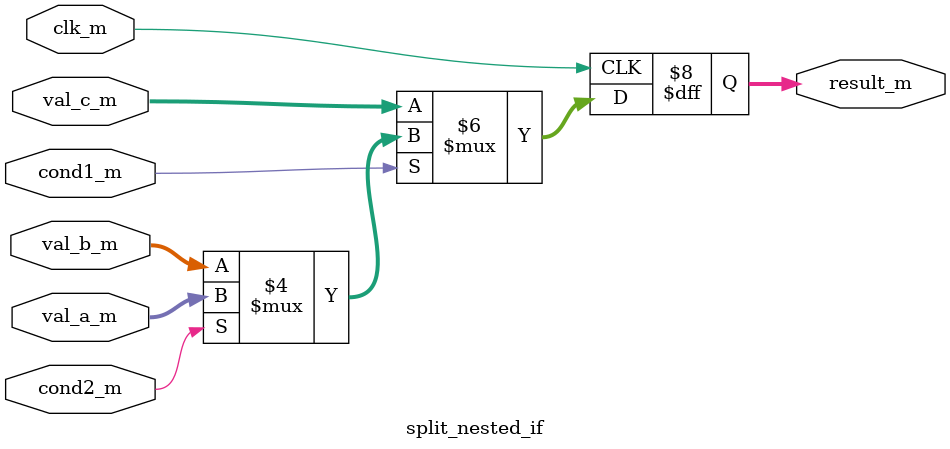
<source format=sv>
module split_nested_if (
    output logic [7:0] result_m,
    input logic clk_m,
    input logic cond1_m,
    input logic cond2_m,
    input logic [7:0] val_a_m,
    input logic [7:0] val_b_m,
    input logic [7:0] val_c_m
);
    always @(posedge clk_m) begin
       if (cond1_m) begin
          if (cond2_m) begin
             result_m <= val_a_m;
          end else begin
             result_m <= val_b_m;
          end
       end else begin
          result_m <= val_c_m;
       end
    end
endmodule


</source>
